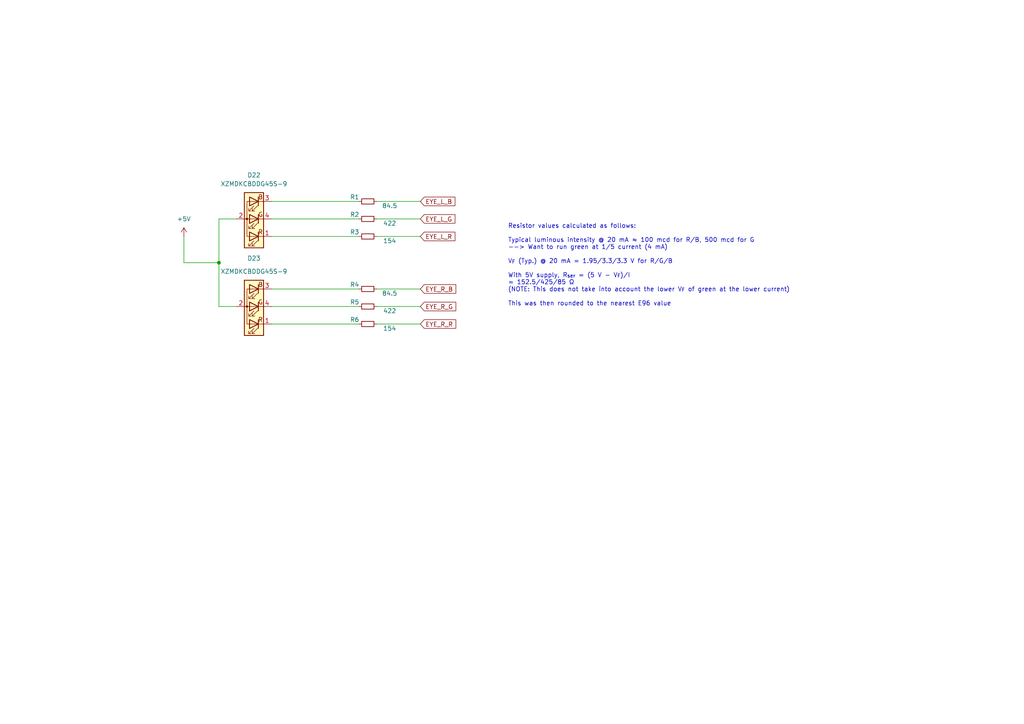
<source format=kicad_sch>
(kicad_sch (version 20211123) (generator eeschema)
  (paper "A4")
  (title_block (title "Paranoids Con Badge") (date "2022-06-21") (rev "A") (company "Yahoo") (comment 1 "See LICENSE file in project root for terms.") (comment 2 "Copyright Yahoo, Licensed under the terms of the Apache-2.0 license.") (comment 4 "This sheet contains the RGB LEDs that light up behind the eyes"))
  (lib_symbols
    (symbol "Device:LED_RABG" (pin_names (offset 0) hide)
      (property "Reference" "D" (at 0 9.398 0))
      (property "Value" "LED_RABG" (at 0 -8.89 0))
      (symbol "LED_RABG_0_0"
        (text "B" (at -1.905 -6.35 0) (effects (font (size 1.27 1.27))))
        (text "G" (at -1.905 -1.27 0) (effects (font (size 1.27 1.27))))
        (text "R" (at -1.905 3.81 0) (effects (font (size 1.27 1.27))))
      )
      (symbol "LED_RABG_0_1"
        (polyline (pts (xy -1.27 -5.08) (xy -2.54 -5.08)))
        (polyline (pts (xy -1.27 -5.08) (xy 1.27 -5.08)))
        (polyline (pts (xy -1.27 -3.81) (xy -1.27 -6.35)) (stroke (width 0.254)))
        (polyline (pts (xy -1.27 0) (xy -2.54 0)))
        (polyline (pts (xy -1.27 1.27) (xy -1.27 -1.27)) (stroke (width 0.254)))
        (polyline (pts (xy -1.27 5.08) (xy -2.54 5.08)))
        (polyline (pts (xy -1.27 5.08) (xy 1.27 5.08)))
        (polyline (pts (xy -1.27 6.35) (xy -1.27 3.81)) (stroke (width 0.254)))
        (polyline (pts (xy 1.27 0) (xy -1.27 0)))
        (polyline (pts (xy 1.27 0) (xy 2.54 0)))
        (polyline (pts (xy -1.27 1.27) (xy -1.27 -1.27) (xy -1.27 -1.27)))
        (polyline (pts (xy -1.27 6.35) (xy -1.27 3.81) (xy -1.27 3.81)))
        (polyline (pts (xy 1.27 -5.08) (xy 2.032 -5.08) (xy 2.032 5.08) (xy 1.27 5.08)))
        (polyline (pts (xy 1.27 -3.81) (xy 1.27 -6.35) (xy -1.27 -5.08) (xy 1.27 -3.81)) (stroke (width 0.254)))
        (polyline (pts (xy 1.27 1.27) (xy 1.27 -1.27) (xy -1.27 0) (xy 1.27 1.27)) (stroke (width 0.254)))
        (polyline (pts (xy 1.27 6.35) (xy 1.27 3.81) (xy -1.27 5.08) (xy 1.27 6.35)) (stroke (width 0.254)))
        (polyline (pts (xy -1.016 -3.81) (xy 0.508 -2.286) (xy -0.254 -2.286) (xy 0.508 -2.286) (xy 0.508 -3.048)))
        (polyline (pts (xy -1.016 1.27) (xy 0.508 2.794) (xy -0.254 2.794) (xy 0.508 2.794) (xy 0.508 2.032)))
        (polyline (pts (xy -1.016 6.35) (xy 0.508 7.874) (xy -0.254 7.874) (xy 0.508 7.874) (xy 0.508 7.112)))
        (polyline (pts (xy 0 -3.81) (xy 1.524 -2.286) (xy 0.762 -2.286) (xy 1.524 -2.286) (xy 1.524 -3.048)))
        (polyline (pts (xy 0 1.27) (xy 1.524 2.794) (xy 0.762 2.794) (xy 1.524 2.794) (xy 1.524 2.032)))
        (polyline (pts (xy 0 6.35) (xy 1.524 7.874) (xy 0.762 7.874) (xy 1.524 7.874) (xy 1.524 7.112)))
        (rectangle (start 1.27 -1.27) (end 1.27 1.27))
        (rectangle (start 1.27 1.27) (end 1.27 1.27))
        (rectangle (start 1.27 3.81) (end 1.27 6.35))
        (rectangle (start 1.27 6.35) (end 1.27 6.35))
        (circle (center 2.032 0) (radius 0.254) (fill (type outline)))
        (rectangle (start 2.794 8.382) (end -2.794 -7.62) (stroke (width 0.254)) (fill (type background)))
      )
      (symbol "LED_RABG_1_1"
        (pin passive line (at -5.08 5.08 0) (length 2.54) (name "RK") (number "1"))
        (pin passive line (at 5.08 0 180) (length 2.54) (name "A") (number "2"))
        (pin passive line (at -5.08 -5.08 0) (length 2.54) (name "BK") (number "3"))
        (pin passive line (at -5.08 0 0) (length 2.54) (name "GK") (number "4"))
      )
    )
    (symbol "Device:R_Small" (pin_numbers hide) (pin_names (offset 0.254) hide)
      (property "Reference" "R" (at 0.762 0.508 0))
      (property "Value" "R_Small" (at 0.762 -1.016 0))
      (symbol "R_Small_0_1"
        (rectangle (start -0.762 1.778) (end 0.762 -1.778) (stroke (width 0.2032)))
      )
      (symbol "R_Small_1_1"
        (pin passive line (at 0 2.54 270) (length 0.762) (name "~") (number "1"))
        (pin passive line (at 0 -2.54 90) (length 0.762) (name "~") (number "2"))
      )
    )
    (symbol "power:+5V" (power) (pin_names (offset 0))
      (property "Value" "+5V" (at 0 3.556 0))
      (symbol "+5V_0_1"
        (polyline (pts (xy -0.762 1.27) (xy 0 2.54)))
        (polyline (pts (xy 0 0) (xy 0 2.54)))
        (polyline (pts (xy 0 2.54) (xy 0.762 1.27)))
      )
      (symbol "+5V_1_1"
        (pin power_in line (at 0 0 90) (length 0) hide (name "+5V") (number "1"))
      )
    )
  )
  (junction (at 63.5 76.2))
  (wire (pts (xy 78.74 68.58) (xy 104.14 68.58)))
  (wire (pts (xy 78.74 83.82) (xy 104.14 83.82)))
  (wire (pts (xy 63.5 76.2) (xy 53.34 76.2)))
  (wire (pts (xy 78.74 93.98) (xy 104.14 93.98)))
  (wire (pts (xy 78.74 63.5) (xy 104.14 63.5)))
  (wire (pts (xy 109.22 63.5) (xy 121.92 63.5)))
  (wire (pts (xy 63.5 76.2) (xy 63.5 88.9)))
  (wire (pts (xy 78.74 88.9) (xy 104.14 88.9)))
  (wire (pts (xy 109.22 68.58) (xy 121.92 68.58)))
  (wire (pts (xy 63.5 76.2) (xy 63.5 63.5)))
  (wire (pts (xy 109.22 88.9) (xy 121.92 88.9)))
  (wire (pts (xy 63.5 63.5) (xy 68.58 63.5)))
  (wire (pts (xy 109.22 93.98) (xy 121.92 93.98)))
  (wire (pts (xy 78.74 58.42) (xy 104.14 58.42)))
  (wire (pts (xy 109.22 58.42) (xy 121.92 58.42)))
  (wire (pts (xy 63.5 88.9) (xy 68.58 88.9)))
  (wire (pts (xy 109.22 83.82) (xy 121.92 83.82)))
  (wire (pts (xy 53.34 68.58) (xy 53.34 76.2)))
  (text "Resistor values calculated as follows:\n\nTypical luminous intensity @ 20 mA ≈ 100 mcd for R/B, 500 mcd for G\n--> Want to run green at 1/5 current (4 mA)\n\nV_{F} (Typ.) @ 20 mA = 1.95/3.3/3.3 V for R/G/B\n\nWith 5V supply, R_{ser} = (5 V - V_{F})/I\n= 152.5/425/85 Ω\n(NOTE: This does not take into account the lower V_{F} of green at the lower current)\n\nThis was then rounded to the nearest E96 value" (at 147.32 88.9 0) (effects (font (size 1.27 1.27)) (justify left bottom)))
  (global_label "EYE_R_B" (shape input) (at 121.92 83.82 0) (property "Intersheet References" "${INTERSHEET_REFS}" (effects hide)))
  (global_label "EYE_R_R" (shape input) (at 121.92 93.98 0) (property "Intersheet References" "${INTERSHEET_REFS}" (effects hide)))
  (global_label "EYE_R_G" (shape input) (at 121.92 88.9 0) (property "Intersheet References" "${INTERSHEET_REFS}" (effects hide)))
  (global_label "EYE_L_R" (shape input) (at 121.92 68.58 0) (property "Intersheet References" "${INTERSHEET_REFS}" (effects hide)))
  (global_label "EYE_L_G" (shape input) (at 121.92 63.5 0) (property "Intersheet References" "${INTERSHEET_REFS}" (effects hide)))
  (global_label "EYE_L_B" (shape input) (at 121.92 58.42 0) (property "Intersheet References" "${INTERSHEET_REFS}" (effects hide)))
  (symbol (lib_id "Device:R_Small") (at 106.68 93.98 90) (unit 1)
    (property "Reference" "R6" (at 102.87 92.71 90))
    (property "Value" "154" (at 113.03 95.25 90))
    (property "Footprint" "Resistor_SMD:R_0603_1608Metric" (effects hide))
  )
  (symbol (lib_id "Device:R_Small") (at 106.68 58.42 90) (unit 1)
    (property "Reference" "R1" (at 102.87 57.15 90))
    (property "Value" "84.5" (at 113.03 59.69 90))
    (property "Footprint" "Resistor_SMD:R_0603_1608Metric" (effects hide))
  )
  (symbol (lib_id "Device:R_Small") (at 106.68 63.5 90) (unit 1)
    (property "Reference" "R2" (at 102.87 62.23 90))
    (property "Value" "422" (at 113.03 64.77 90))
    (property "Footprint" "Resistor_SMD:R_0603_1608Metric" (effects hide))
  )
  (symbol (lib_id "Device:R_Small") (at 106.68 88.9 90) (unit 1)
    (property "Reference" "R5" (at 102.87 87.63 90))
    (property "Value" "422" (at 113.03 90.17 90))
    (property "Footprint" "Resistor_SMD:R_0603_1608Metric" (effects hide))
  )
  (symbol (lib_id "Device:R_Small") (at 106.68 68.58 90) (unit 1)
    (property "Reference" "R3" (at 102.87 67.31 90))
    (property "Value" "154" (at 113.03 69.85 90))
    (property "Footprint" "Resistor_SMD:R_0603_1608Metric" (effects hide))
  )
  (symbol (lib_id "Device:LED_RABG") (at 73.66 63.5 180) (unit 1)
    (property "Reference" "D22" (at 73.66 50.8 0))
    (property "Value" "XZMDKCBDDG45S-9" (at 73.66 53.34 0))
    (property "Footprint" "badge_custom_parts:LED_SunLed-PLCC4_3.2x2.8mm_CW" (effects hide))
  )
  (symbol (lib_id "Device:R_Small") (at 106.68 83.82 90) (unit 1)
    (property "Reference" "R4" (at 102.87 82.55 90))
    (property "Value" "84.5" (at 113.03 85.09 90))
    (property "Footprint" "Resistor_SMD:R_0603_1608Metric" (effects hide))
  )
  (symbol (lib_id "power:+5V") (at 53.34 68.58 0) (unit 1)
    (property "Reference" "#PWR0101" (effects hide))
    (property "Value" "+5V" (at 53.34 63.5 0))
  )
  (symbol (lib_id "Device:LED_RABG") (at 73.66 88.9 180) (unit 1)
    (property "Reference" "D23" (at 73.66 74.93 0))
    (property "Value" "XZMDKCBDDG45S-9" (at 73.66 78.74 0))
    (property "Footprint" "badge_custom_parts:LED_SunLed-PLCC4_3.2x2.8mm_CW" (effects hide))
  )
)
</source>
